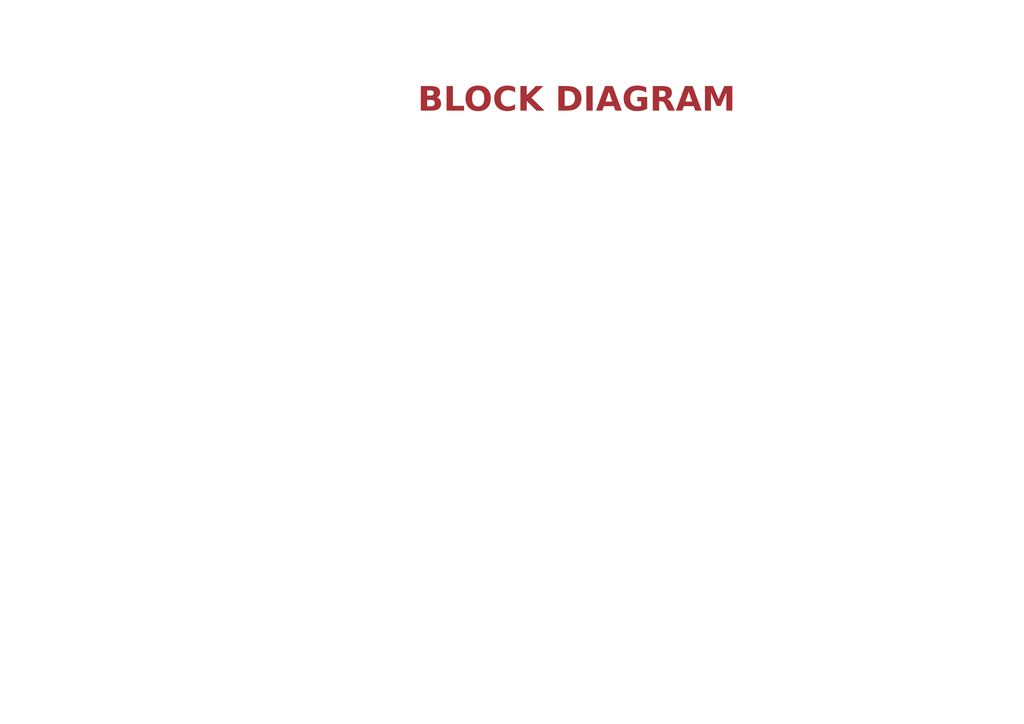
<source format=kicad_sch>
(kicad_sch
	(version 20250114)
	(generator "eeschema")
	(generator_version "9.0")
	(uuid "d4440dba-022e-49b2-97f2-6fc1871c7304")
	(paper "A4")
	(title_block
		(title "Block Diagram")
		(date "2025-04-06")
		(rev "${REVISION}")
		(company "${COMPANY}")
	)
	(lib_symbols)
	(text "BLOCK DIAGRAM"
		(exclude_from_sim no)
		(at 121.158 35.306 0)
		(effects
			(font
				(face "Agency FB")
				(size 7 7)
				(thickness 1)
				(bold yes)
				(color 162 38 43 0.9411764706)
			)
			(justify left bottom)
		)
		(uuid "87e01bab-2d25-47f8-bc00-e97dd37c3530")
	)
)

</source>
